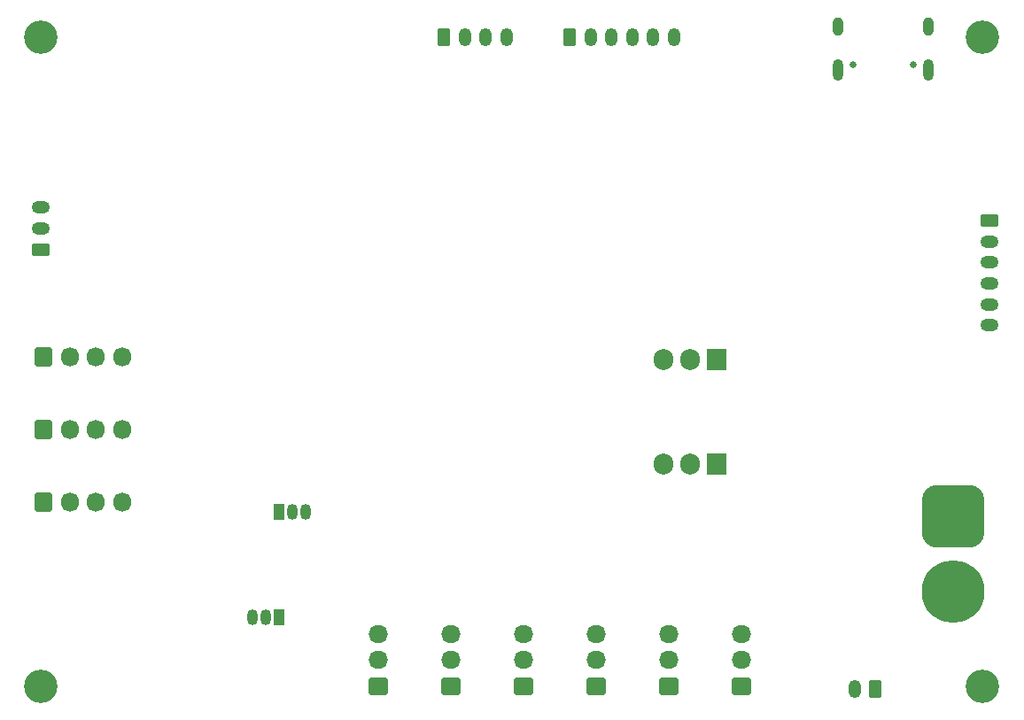
<source format=gbr>
%TF.GenerationSoftware,KiCad,Pcbnew,8.0.7*%
%TF.CreationDate,2025-06-05T13:27:20+09:00*%
%TF.ProjectId,ACT_Base_board_v2,4143545f-4261-4736-955f-626f6172645f,rev?*%
%TF.SameCoordinates,PX2faf080PY2faf080*%
%TF.FileFunction,Soldermask,Bot*%
%TF.FilePolarity,Negative*%
%FSLAX46Y46*%
G04 Gerber Fmt 4.6, Leading zero omitted, Abs format (unit mm)*
G04 Created by KiCad (PCBNEW 8.0.7) date 2025-06-05 13:27:20*
%MOMM*%
%LPD*%
G01*
G04 APERTURE LIST*
G04 Aperture macros list*
%AMRoundRect*
0 Rectangle with rounded corners*
0 $1 Rounding radius*
0 $2 $3 $4 $5 $6 $7 $8 $9 X,Y pos of 4 corners*
0 Add a 4 corners polygon primitive as box body*
4,1,4,$2,$3,$4,$5,$6,$7,$8,$9,$2,$3,0*
0 Add four circle primitives for the rounded corners*
1,1,$1+$1,$2,$3*
1,1,$1+$1,$4,$5*
1,1,$1+$1,$6,$7*
1,1,$1+$1,$8,$9*
0 Add four rect primitives between the rounded corners*
20,1,$1+$1,$2,$3,$4,$5,0*
20,1,$1+$1,$4,$5,$6,$7,0*
20,1,$1+$1,$6,$7,$8,$9,0*
20,1,$1+$1,$8,$9,$2,$3,0*%
G04 Aperture macros list end*
%ADD10R,1.905000X2.000000*%
%ADD11O,1.905000X2.000000*%
%ADD12RoundRect,0.250000X0.675000X-0.600000X0.675000X0.600000X-0.675000X0.600000X-0.675000X-0.600000X0*%
%ADD13O,1.850000X1.700000*%
%ADD14RoundRect,0.250000X-0.625000X0.350000X-0.625000X-0.350000X0.625000X-0.350000X0.625000X0.350000X0*%
%ADD15O,1.750000X1.200000*%
%ADD16RoundRect,0.250000X0.625000X-0.350000X0.625000X0.350000X-0.625000X0.350000X-0.625000X-0.350000X0*%
%ADD17C,3.200000*%
%ADD18RoundRect,0.250000X-0.600000X-0.675000X0.600000X-0.675000X0.600000X0.675000X-0.600000X0.675000X0*%
%ADD19O,1.700000X1.850000*%
%ADD20RoundRect,0.250000X-0.350000X-0.625000X0.350000X-0.625000X0.350000X0.625000X-0.350000X0.625000X0*%
%ADD21O,1.200000X1.750000*%
%ADD22C,0.650000*%
%ADD23O,1.000000X2.100000*%
%ADD24O,1.000000X1.800000*%
%ADD25R,1.050000X1.500000*%
%ADD26O,1.050000X1.500000*%
%ADD27RoundRect,1.500000X-1.500000X1.500000X-1.500000X-1.500000X1.500000X-1.500000X1.500000X1.500000X0*%
%ADD28C,6.000000*%
%ADD29RoundRect,0.250000X0.350000X0.625000X-0.350000X0.625000X-0.350000X-0.625000X0.350000X-0.625000X0*%
G04 APERTURE END LIST*
D10*
%TO.C,U4*%
X68540000Y-44750000D03*
D11*
X66000000Y-44750000D03*
X63460000Y-44750000D03*
%TD*%
D12*
%TO.C,J11*%
X57050000Y-66000000D03*
D13*
X57050000Y-63500000D03*
X57050000Y-61000000D03*
%TD*%
D12*
%TO.C,J10*%
X50100000Y-66000000D03*
D13*
X50100000Y-63500000D03*
X50100000Y-61000000D03*
%TD*%
D14*
%TO.C,J1*%
X94600000Y-21500000D03*
D15*
X94600000Y-23500000D03*
X94600000Y-25500000D03*
X94600000Y-27500000D03*
X94600000Y-29500000D03*
X94600000Y-31500000D03*
%TD*%
D16*
%TO.C,J4*%
X3950000Y-24250000D03*
D15*
X3950000Y-22250000D03*
X3950000Y-20250000D03*
%TD*%
D17*
%TO.C,REF1*%
X94000000Y-66000000D03*
%TD*%
D18*
%TO.C,J15*%
X4250000Y-41450000D03*
D19*
X6750000Y-41450000D03*
X9250000Y-41450000D03*
X11750000Y-41450000D03*
%TD*%
D17*
%TO.C,REF1*%
X4000000Y-66000000D03*
%TD*%
D20*
%TO.C,J5*%
X54500000Y-3950000D03*
D21*
X56500000Y-3950000D03*
X58500000Y-3950000D03*
X60500000Y-3950000D03*
X62500000Y-3950000D03*
X64500000Y-3950000D03*
%TD*%
D17*
%TO.C,REF1*%
X94000000Y-4000000D03*
%TD*%
D12*
%TO.C,J13*%
X70950000Y-66000000D03*
D13*
X70950000Y-63500000D03*
X70950000Y-61000000D03*
%TD*%
D12*
%TO.C,J8*%
X36200000Y-66000000D03*
D13*
X36200000Y-63500000D03*
X36200000Y-61000000D03*
%TD*%
D22*
%TO.C,J3*%
X87390000Y-6605000D03*
X81610000Y-6605000D03*
D23*
X88820000Y-7125000D03*
D24*
X88820000Y-2925000D03*
D23*
X80180000Y-7125000D03*
D24*
X80180000Y-2925000D03*
%TD*%
D20*
%TO.C,J7*%
X42500000Y-3950000D03*
D21*
X44500000Y-3950000D03*
X46500000Y-3950000D03*
X48500000Y-3950000D03*
%TD*%
D17*
%TO.C,REF1*%
X4000000Y-4000000D03*
%TD*%
D12*
%TO.C,J9*%
X43150000Y-66000000D03*
D13*
X43150000Y-63500000D03*
X43150000Y-61000000D03*
%TD*%
D10*
%TO.C,U5*%
X68540000Y-34805000D03*
D11*
X66000000Y-34805000D03*
X63460000Y-34805000D03*
%TD*%
D12*
%TO.C,J12*%
X64000000Y-66000000D03*
D13*
X64000000Y-63500000D03*
X64000000Y-61000000D03*
%TD*%
D18*
%TO.C,J16*%
X4250000Y-48400000D03*
D19*
X6750000Y-48400000D03*
X9250000Y-48400000D03*
X11750000Y-48400000D03*
%TD*%
D25*
%TO.C,Q8*%
X26730000Y-49360000D03*
D26*
X28000000Y-49360000D03*
X29270000Y-49360000D03*
%TD*%
D25*
%TO.C,Q6*%
X26770000Y-59390000D03*
D26*
X25500000Y-59390000D03*
X24230000Y-59390000D03*
%TD*%
D27*
%TO.C,J2*%
X91200000Y-49800000D03*
D28*
X91200000Y-57000000D03*
%TD*%
D29*
%TO.C,J6*%
X83750000Y-66300000D03*
D21*
X81750000Y-66300000D03*
%TD*%
D18*
%TO.C,J14*%
X4250000Y-34500000D03*
D19*
X6750000Y-34500000D03*
X9250000Y-34500000D03*
X11750000Y-34500000D03*
%TD*%
M02*

</source>
